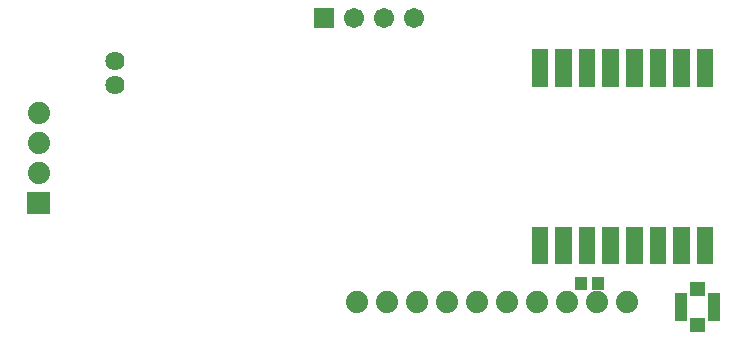
<source format=gbs>
G04 Layer: BottomSolderMaskLayer*
G04 EasyEDA v6.4.29, 2022-01-20 17:46:20*
G04 fb4b0ff46d504c98a6534b0bae3310fd,dc92750a051249c6af70c8c7d89aaf1b,10*
G04 Gerber Generator version 0.2*
G04 Scale: 100 percent, Rotated: No, Reflected: No *
G04 Dimensions in millimeters *
G04 leading zeros omitted , absolute positions ,4 integer and 5 decimal *
%FSLAX45Y45*%
%MOMM*%

%ADD66C,1.7112*%
%ADD67C,1.8796*%
%ADD70C,1.6256*%

%LPD*%
G36*
X4436872Y11385804D02*
G01*
X4436872Y11706098D01*
X4577080Y11706098D01*
X4577080Y11385804D01*
G37*
G36*
X4636770Y11385804D02*
G01*
X4636770Y11706098D01*
X4777232Y11706098D01*
X4777232Y11385804D01*
G37*
G36*
X4836922Y11385804D02*
G01*
X4836922Y11706098D01*
X4977130Y11706098D01*
X4977130Y11385804D01*
G37*
G36*
X5036820Y11385804D02*
G01*
X5036820Y11706098D01*
X5177282Y11706098D01*
X5177282Y11385804D01*
G37*
G36*
X5236972Y11385804D02*
G01*
X5236972Y11706098D01*
X5377180Y11706098D01*
X5377180Y11385804D01*
G37*
G36*
X5436870Y11385804D02*
G01*
X5436870Y11706098D01*
X5577078Y11706098D01*
X5577078Y11385804D01*
G37*
G36*
X5636768Y11385804D02*
G01*
X5636768Y11706098D01*
X5777230Y11706098D01*
X5777230Y11385804D01*
G37*
G36*
X5836920Y11385804D02*
G01*
X5836920Y11706098D01*
X5977128Y11706098D01*
X5977128Y11385804D01*
G37*
G36*
X5836920Y9885934D02*
G01*
X5836920Y10206228D01*
X5977128Y10206228D01*
X5977128Y9885934D01*
G37*
G36*
X5636768Y9885934D02*
G01*
X5636768Y10206228D01*
X5777230Y10206228D01*
X5777230Y9885934D01*
G37*
G36*
X5436870Y9885934D02*
G01*
X5436870Y10206228D01*
X5577078Y10206228D01*
X5577078Y9885934D01*
G37*
G36*
X5236972Y9885934D02*
G01*
X5236972Y10206228D01*
X5377180Y10206228D01*
X5377180Y9885934D01*
G37*
G36*
X5036820Y9885934D02*
G01*
X5036820Y10206228D01*
X5177282Y10206228D01*
X5177282Y9885934D01*
G37*
G36*
X4836922Y9885934D02*
G01*
X4836922Y10206228D01*
X4977130Y10206228D01*
X4977130Y9885934D01*
G37*
G36*
X4636770Y9885934D02*
G01*
X4636770Y10206228D01*
X4777232Y10206228D01*
X4777232Y9885934D01*
G37*
G36*
X4436872Y9885934D02*
G01*
X4436872Y10206228D01*
X4577080Y10206228D01*
X4577080Y9885934D01*
G37*
G36*
X4947412Y9673082D02*
G01*
X4947412Y9783318D01*
X5047742Y9783318D01*
X5047742Y9673082D01*
G37*
G36*
X4807458Y9673082D02*
G01*
X4807458Y9783318D01*
X4907788Y9783318D01*
X4907788Y9673082D01*
G37*
G36*
X2593340Y11888470D02*
G01*
X2593340Y12059412D01*
X2764536Y12059412D01*
X2764536Y11888470D01*
G37*
D66*
G01*
X2932988Y11973966D03*
G01*
X3186988Y11973966D03*
G01*
X3440988Y11973966D03*
D67*
G01*
X5247995Y9564979D03*
G01*
X4993995Y9564979D03*
G01*
X4739995Y9564979D03*
G01*
X4485995Y9564979D03*
G01*
X4231995Y9564979D03*
G01*
X3977995Y9564979D03*
G01*
X3723995Y9564979D03*
G01*
X3469995Y9564979D03*
G01*
X3215995Y9564979D03*
G01*
X2961995Y9564979D03*
D70*
G01*
X914400Y11606199D03*
G01*
X914400Y11406200D03*
G36*
X168910Y10313924D02*
G01*
X168910Y10501884D01*
X356870Y10501884D01*
X356870Y10313924D01*
G37*
D67*
G01*
X262991Y10661980D03*
G01*
X262991Y10915980D03*
G01*
X262991Y11169980D03*
G36*
X5926836Y9404858D02*
G01*
X5926836Y9645142D01*
X6032246Y9645142D01*
X6032246Y9404858D01*
G37*
G36*
X5651754Y9404858D02*
G01*
X5651754Y9645142D01*
X5757164Y9645142D01*
X5757164Y9404858D01*
G37*
G36*
X5781802Y9614916D02*
G01*
X5781802Y9740138D01*
X5902198Y9740138D01*
X5902198Y9614916D01*
G37*
G36*
X5781802Y9309862D02*
G01*
X5781802Y9435084D01*
X5902198Y9435084D01*
X5902198Y9309862D01*
G37*
M02*

</source>
